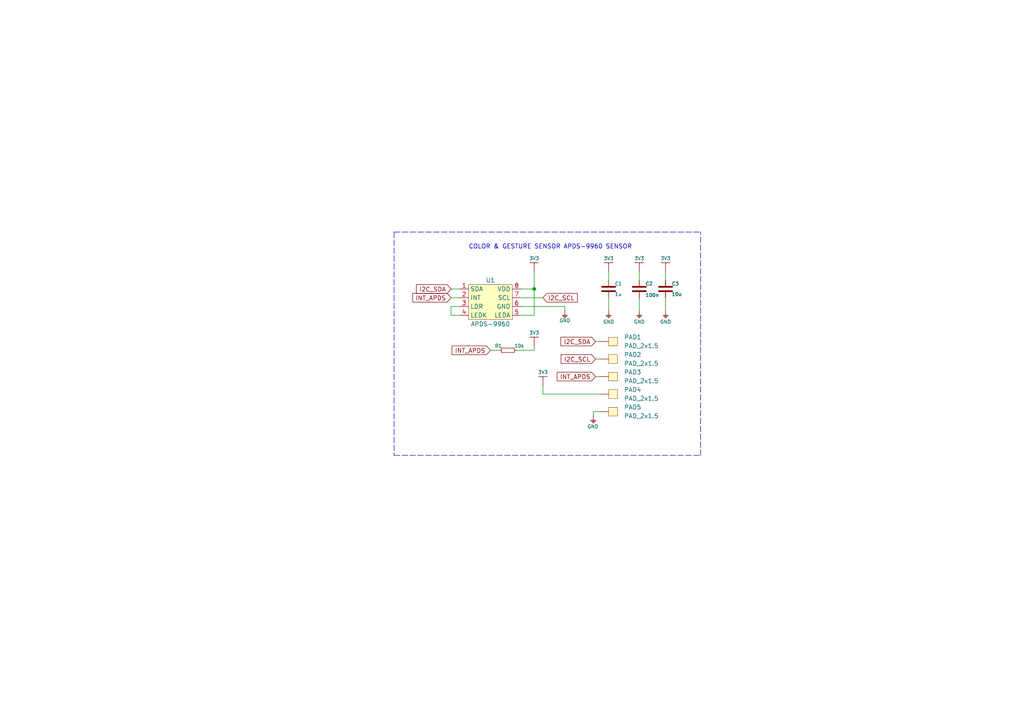
<source format=kicad_sch>
(kicad_sch (version 20211123) (generator eeschema)
  (paper "A4")
  (title_block (title "APDS9960 Adapter board") (date "2023-11-13") (rev "V1.2.0.") (company "SOLDERED"))
  (lib_symbols
    (symbol "0603C_1" (pin_numbers hide) (pin_names (offset 0.002))
      (property "Reference" "C" (at 0 3.81 0))
      (property "Value" "0603C_1" (at 0 -3.175 0))
      (symbol "0603C_1_0_1"
        (polyline (pts (xy -0.635 1.905) (xy -0.635 -1.905)) (stroke (width 0.5)))
        (polyline (pts (xy 0.635 1.905) (xy 0.635 -1.905)) (stroke (width 0.5)))
      )
      (symbol "0603C_1_1_1"
        (pin passive line (at -2.54 0 0) (length 1.9) (name "~") (number "1"))
        (pin passive line (at 2.54 0 180) (length 1.9) (name "~") (number "2"))
      )
    )
    (symbol "e-radionica.com schematics:0603C" (pin_numbers hide) (pin_names (offset 0.002))
      (property "Reference" "C" (at 0 3.81 0))
      (property "Value" "0603C" (at 0 -3.175 0))
      (symbol "0603C_0_1"
        (polyline (pts (xy -0.635 1.905) (xy -0.635 -1.905)) (stroke (width 0.5)))
        (polyline (pts (xy 0.635 1.905) (xy 0.635 -1.905)) (stroke (width 0.5)))
      )
      (symbol "0603C_1_1"
        (pin passive line (at -2.54 0 0) (length 1.9) (name "~") (number "1"))
        (pin passive line (at 2.54 0 180) (length 1.9) (name "~") (number "2"))
      )
    )
    (symbol "e-radionica.com schematics:0603R" (pin_numbers hide) (pin_names (offset 0.254))
      (property "Reference" "R" (at 0 1.27 0))
      (property "Value" "0603R" (at 0 -1.905 0))
      (symbol "0603R_0_1"
        (rectangle (start -1.905 0.635) (end 1.905 -0.635) (stroke (width 0.15)))
      )
      (symbol "0603R_1_1"
        (pin passive line (at -2.54 0 0) (length 0.63) (name "~") (number "1"))
        (pin passive line (at 2.54 0 180) (length 0.63) (name "~") (number "2"))
      )
    )
    (symbol "e-radionica.com schematics:1206C" (pin_numbers hide)
      (property "Reference" "C" (at 0 3.81 0))
      (property "Value" "1206C" (at 0 -3.175 0))
      (symbol "1206C_0_1"
        (polyline (pts (xy -0.635 1.905) (xy -0.635 -1.905)) (stroke (width 0.5)))
        (polyline (pts (xy 0.635 1.905) (xy 0.635 -1.905)) (stroke (width 0.5)))
      )
      (symbol "1206C_1_1"
        (pin passive line (at -2.54 0 0) (length 1.9) (name "~") (number "1"))
        (pin passive line (at 2.54 0 180) (length 1.9) (name "~") (number "2"))
      )
    )
    (symbol "e-radionica.com schematics:3V3" (power) (pin_names (offset 0))
      (property "Value" "3V3" (at 0 3.556 0))
      (symbol "3V3_0_1"
        (polyline (pts (xy -1.27 2.54) (xy 1.27 2.54)) (stroke (width 0.16)))
        (polyline (pts (xy 0 0) (xy 0 2.54)))
      )
      (symbol "3V3_1_1"
        (pin power_in line (at 0 0 90) (length 0) hide (name "3V3") (number "1"))
      )
    )
    (symbol "e-radionica.com schematics:APDS-9960"
      (property "Reference" "U" (at 0 6.35 0))
      (property "Value" "APDS-9960" (at 0 -6.35 0))
      (symbol "APDS-9960_0_1"
        (rectangle (start -6.35 5.08) (end 6.35 -5.08) (stroke (width 0.1)) (fill (type background)))
      )
      (symbol "APDS-9960_1_1"
        (pin bidirectional line (at -8.89 3.81 0) (length 2.54) (name "SDA") (number "1"))
        (pin bidirectional line (at -8.89 1.27 0) (length 2.54) (name "INT") (number "2"))
        (pin bidirectional line (at -8.89 -1.27 0) (length 2.54) (name "LDR") (number "3"))
        (pin bidirectional line (at -8.89 -3.81 0) (length 2.54) (name "LEDK") (number "4"))
        (pin bidirectional line (at 8.89 -3.81 180) (length 2.54) (name "LEDA") (number "5"))
        (pin power_in line (at 8.89 -1.27 180) (length 2.54) (name "GND") (number "6"))
        (pin bidirectional line (at 8.89 1.27 180) (length 2.54) (name "SCL") (number "7"))
        (pin power_in line (at 8.89 3.81 180) (length 2.54) (name "VDD") (number "8"))
      )
    )
    (symbol "e-radionica.com schematics:GND" (power) (pin_names (offset 0))
      (property "Value" "GND" (at 0 -2.921 0))
      (symbol "GND_0_1"
        (polyline (pts (xy -0.762 -1.27) (xy 0.762 -1.27)) (stroke (width 0.16)))
        (polyline (pts (xy -0.635 -1.524) (xy 0.635 -1.524)) (stroke (width 0.16)))
        (polyline (pts (xy -0.381 -1.778) (xy 0.381 -1.778)) (stroke (width 0.16)))
        (polyline (pts (xy -0.127 -2.032) (xy 0.127 -2.032)) (stroke (width 0.16)))
        (polyline (pts (xy 0 0) (xy 0 -1.27)) (stroke (width 0.16)))
      )
      (symbol "GND_1_1"
        (pin power_in line (at 0 0 270) (length 0) hide (name "GND") (number "1"))
      )
    )
    (symbol "e-radionica.com schematics:PAD_2x1.5" (pin_numbers hide) (pin_names hide)
      (property "Reference" "PAD" (at 0 2.54 0))
      (property "Value" "PAD_2x1.5" (at 0 -2.54 0))
      (symbol "PAD_2x1.5_0_1"
        (rectangle (start -1.27 1.27) (end 1.27 -1.27) (stroke (width 0.1)) (fill (type background)))
      )
      (symbol "PAD_2x1.5_1_1"
        (pin passive line (at -3.81 0 0) (length 2.54) (name "~") (number "1"))
      )
    )
  )
  (junction (at 154.94 83.82))
  (polyline (pts (xy 114.3 67.31) (xy 203.2 67.31)))
  (wire (pts (xy 130.81 88.9) (xy 133.35 88.9)))
  (wire (pts (xy 176.53 86.36) (xy 176.53 90.17)))
  (polyline (pts (xy 203.2 132.08) (xy 203.2 67.31)))
  (wire (pts (xy 163.83 90.17) (xy 163.83 88.9)))
  (wire (pts (xy 130.81 91.44) (xy 130.81 88.9)))
  (wire (pts (xy 172.72 99.06) (xy 173.99 99.06)))
  (wire (pts (xy 173.99 114.3) (xy 157.48 114.3)))
  (wire (pts (xy 149.86 101.6) (xy 154.94 101.6)))
  (wire (pts (xy 172.085 119.38) (xy 173.99 119.38)))
  (wire (pts (xy 154.94 91.44) (xy 154.94 83.82)))
  (wire (pts (xy 151.13 91.44) (xy 154.94 91.44)))
  (wire (pts (xy 172.72 109.22) (xy 173.99 109.22)))
  (wire (pts (xy 172.085 120.65) (xy 172.085 119.38)))
  (wire (pts (xy 172.72 104.14) (xy 173.99 104.14)))
  (wire (pts (xy 154.94 83.82) (xy 151.13 83.82)))
  (wire (pts (xy 176.53 78.74) (xy 176.53 81.28)))
  (wire (pts (xy 154.94 78.74) (xy 154.94 83.82)))
  (polyline (pts (xy 114.3 67.31) (xy 114.3 132.08)))
  (wire (pts (xy 130.81 86.36) (xy 133.35 86.36)))
  (wire (pts (xy 157.48 111.76) (xy 157.48 114.3)))
  (wire (pts (xy 193.04 78.74) (xy 193.04 81.28)))
  (wire (pts (xy 154.94 100.33) (xy 154.94 101.6)))
  (wire (pts (xy 142.24 101.6) (xy 144.78 101.6)))
  (wire (pts (xy 163.83 88.9) (xy 151.13 88.9)))
  (wire (pts (xy 130.81 83.82) (xy 133.35 83.82)))
  (wire (pts (xy 133.35 91.44) (xy 130.81 91.44)))
  (wire (pts (xy 185.42 78.74) (xy 185.42 81.28)))
  (wire (pts (xy 157.48 86.36) (xy 151.13 86.36)))
  (wire (pts (xy 185.42 86.36) (xy 185.42 90.17)))
  (wire (pts (xy 193.04 86.36) (xy 193.04 90.17)))
  (polyline (pts (xy 114.3 132.08) (xy 203.2 132.08)))
  (text "COLOR & GESTURE SENSOR APDS-9960 SENSOR" (at 135.89 72.39 0) (effects (font (size 1.27 1.27)) (justify left bottom)))
  (global_label "I2C_SDA" (shape input) (at 130.81 83.82 180) (property "Intersheet References" "${INTERSHEET_REFS}" (effects hide)))
  (global_label "I2C_SCL" (shape input) (at 172.72 104.14 180) (property "Intersheet References" "${INTERSHEET_REFS}" (effects hide)))
  (global_label "INT_APDS" (shape input) (at 130.81 86.36 180) (property "Intersheet References" "${INTERSHEET_REFS}" (effects hide)))
  (global_label "I2C_SCL" (shape input) (at 157.48 86.36 0) (property "Intersheet References" "${INTERSHEET_REFS}" (effects hide)))
  (global_label "INT_APDS" (shape input) (at 172.72 109.22 180) (property "Intersheet References" "${INTERSHEET_REFS}" (effects hide)))
  (global_label "I2C_SDA" (shape input) (at 172.72 99.06 180) (property "Intersheet References" "${INTERSHEET_REFS}" (effects hide)))
  (global_label "INT_APDS" (shape input) (at 142.24 101.6 180) (property "Intersheet References" "${INTERSHEET_REFS}" (effects hide)))
  (symbol (lib_id "e-radionica.com schematics:GND") (at 185.42 90.17 0) (unit 1)
    (property "Reference" "#PWR0108" (effects hide))
    (property "Value" "GND" (at 185.42 93.345 0) (effects (font (size 1 1))))
  )
  (symbol (lib_id "e-radionica.com schematics:APDS-9960") (at 142.24 87.63 0) (unit 1)
    (property "Reference" "U1" (at 142.24 81.28 0))
    (property "Value" "APDS-9960" (at 142.24 93.98 0))
    (property "Footprint" "e-radionica.com footprinti:APDS-9960" (effects hide))
  )
  (symbol (lib_id "e-radionica.com schematics:PAD_2x1.5") (at 177.8 104.14 0) (unit 1)
    (property "Reference" "PAD2" (at 180.975 102.8699 0) (effects (justify left)))
    (property "Value" "PAD_2x1.5" (at 180.975 105.4099 0) (effects (justify left)))
    (property "Footprint" "e-radionica.com footprinti:PAD_2x1.5" (effects hide))
  )
  (symbol (lib_id "e-radionica.com schematics:3V3") (at 193.04 78.74 0) (unit 1)
    (property "Reference" "#PWR0101" (effects hide))
    (property "Value" "3V3" (at 193.04 74.93 0) (effects (font (size 1 1))))
  )
  (symbol (lib_id "e-radionica.com schematics:GND") (at 172.085 120.65 0) (unit 1)
    (property "Reference" "#PWR0111" (effects hide))
    (property "Value" "GND" (at 171.958 123.698 0) (effects (font (size 1 1))))
  )
  (symbol (lib_id "e-radionica.com schematics:GND") (at 163.83 90.17 0) (unit 1)
    (property "Reference" "#PWR0105" (effects hide))
    (property "Value" "GND" (at 163.83 92.964 0) (effects (font (size 1 1))))
  )
  (symbol (lib_id "e-radionica.com schematics:1206C") (at 193.04 83.82 90) (unit 1)
    (property "Reference" "C3" (at 194.818 82.296 90) (effects (font (size 1 1)) (justify right)))
    (property "Value" "10u" (at 194.818 85.344 90) (effects (font (size 1 1)) (justify right)))
    (property "Footprint" "e-radionica.com footprinti:1206C" (effects hide))
  )
  (symbol (lib_id "e-radionica.com schematics:PAD_2x1.5") (at 177.8 114.3 0) (unit 1)
    (property "Reference" "PAD4" (at 180.975 113.0299 0) (effects (justify left)))
    (property "Value" "PAD_2x1.5" (at 180.975 115.5699 0) (effects (justify left)))
    (property "Footprint" "e-radionica.com footprinti:PAD_2x1.5" (effects hide))
  )
  (symbol (lib_id "e-radionica.com schematics:3V3") (at 185.42 78.74 0) (unit 1)
    (property "Reference" "#PWR0104" (effects hide))
    (property "Value" "3V3" (at 185.42 74.93 0) (effects (font (size 1 1))))
  )
  (symbol (lib_id "e-radionica.com schematics:PAD_2x1.5") (at 177.8 119.38 0) (unit 1)
    (property "Reference" "PAD5" (at 180.975 118.1099 0) (effects (justify left)))
    (property "Value" "PAD_2x1.5" (at 180.975 120.6499 0) (effects (justify left)))
    (property "Footprint" "e-radionica.com footprinti:PAD_2x1.5" (effects hide))
  )
  (symbol (lib_id "e-radionica.com schematics:PAD_2x1.5") (at 177.8 99.06 0) (unit 1)
    (property "Reference" "PAD1" (at 180.975 97.7899 0) (effects (justify left)))
    (property "Value" "PAD_2x1.5" (at 180.975 100.3299 0) (effects (justify left)))
    (property "Footprint" "e-radionica.com footprinti:PAD_2x1.5" (effects hide))
  )
  (symbol (lib_id "e-radionica.com schematics:0603C") (at 185.42 83.82 90) (unit 1)
    (property "Reference" "C2" (at 187.198 82.296 90) (effects (font (size 1 1)) (justify right)))
    (property "Value" "100n" (at 187.198 85.598 90) (effects (font (size 1 1)) (justify right)))
    (property "Footprint" "e-radionica.com footprinti:0603C" (effects hide))
  )
  (symbol (lib_id "e-radionica.com schematics:3V3") (at 176.53 78.74 0) (unit 1)
    (property "Reference" "#PWR0103" (effects hide))
    (property "Value" "3V3" (at 176.53 74.93 0) (effects (font (size 1 1))))
  )
  (symbol (lib_id "e-radionica.com schematics:GND") (at 176.53 90.17 0) (unit 1)
    (property "Reference" "#PWR0109" (effects hide))
    (property "Value" "GND" (at 176.53 93.345 0) (effects (font (size 1 1))))
  )
  (symbol (lib_id "e-radionica.com schematics:3V3") (at 154.94 78.74 0) (unit 1)
    (property "Reference" "#PWR0107" (effects hide))
    (property "Value" "3V3" (at 154.94 74.93 0) (effects (font (size 1 1))))
  )
  (symbol (lib_name "0603C_1") (lib_id "e-radionica.com schematics:0603C") (at 176.53 83.82 90) (unit 1)
    (property "Reference" "C1" (at 178.308 82.296 90) (effects (font (size 1 1)) (justify right)))
    (property "Value" "1u" (at 178.308 85.344 90) (effects (font (size 1 1)) (justify right)))
    (property "Footprint" "e-radionica.com footprinti:0603C" (effects hide))
  )
  (symbol (lib_id "e-radionica.com schematics:PAD_2x1.5") (at 177.8 109.22 0) (unit 1)
    (property "Reference" "PAD3" (at 180.975 107.9499 0) (effects (justify left)))
    (property "Value" "PAD_2x1.5" (at 180.975 110.4899 0) (effects (justify left)))
    (property "Footprint" "e-radionica.com footprinti:PAD_2x1.5" (effects hide))
  )
  (symbol (lib_id "e-radionica.com schematics:3V3") (at 157.48 111.76 0) (unit 1)
    (property "Reference" "#PWR0102" (effects hide))
    (property "Value" "3V3" (at 157.48 107.95 0) (effects (font (size 1 1))))
  )
  (symbol (lib_id "e-radionica.com schematics:3V3") (at 154.94 100.33 0) (unit 1)
    (property "Reference" "#PWR0110" (effects hide))
    (property "Value" "3V3" (at 154.94 96.52 0) (effects (font (size 1 1))))
  )
  (symbol (lib_id "e-radionica.com schematics:GND") (at 193.04 90.17 0) (unit 1)
    (property "Reference" "#PWR0106" (effects hide))
    (property "Value" "GND" (at 193.04 93.345 0) (effects (font (size 1 1))))
  )
  (symbol (lib_id "e-radionica.com schematics:0603R") (at 147.32 101.6 0) (unit 1)
    (property "Reference" "R1" (at 144.526 100.33 0) (effects (font (size 1 1))))
    (property "Value" "10k" (at 150.622 100.33 0) (effects (font (size 1 1))))
    (property "Footprint" "e-radionica.com footprinti:0603R" (effects hide))
  )
)
</source>
